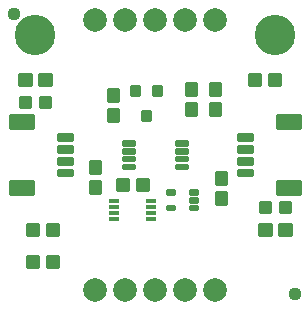
<source format=gts>
G04 EAGLE Gerber RS-274X export*
G75*
%MOMM*%
%FSLAX34Y34*%
%LPD*%
%INSoldermask Top*%
%IPPOS*%
%AMOC8*
5,1,8,0,0,1.08239X$1,22.5*%
G01*
%ADD10C,3.429000*%
%ADD11C,1.127000*%
%ADD12C,0.225400*%
%ADD13C,0.225588*%
%ADD14C,0.225369*%
%ADD15C,2.006600*%
%ADD16C,0.428259*%
%ADD17C,0.226609*%
%ADD18C,0.231750*%
%ADD19C,0.229738*%
%ADD20R,0.900000X0.400000*%


D10*
X25400Y228600D03*
X228600Y228600D03*
D11*
X245110Y8890D03*
X7620Y246380D03*
D12*
X35242Y68008D02*
X45258Y68008D01*
X45258Y58992D01*
X35242Y58992D01*
X35242Y68008D01*
X35242Y61133D02*
X45258Y61133D01*
X45258Y63274D02*
X35242Y63274D01*
X35242Y65415D02*
X45258Y65415D01*
X45258Y67556D02*
X35242Y67556D01*
X28258Y68008D02*
X18242Y68008D01*
X28258Y68008D02*
X28258Y58992D01*
X18242Y58992D01*
X18242Y68008D01*
X18242Y61133D02*
X28258Y61133D01*
X28258Y63274D02*
X18242Y63274D01*
X18242Y65415D02*
X28258Y65415D01*
X28258Y67556D02*
X18242Y67556D01*
X35242Y41338D02*
X45258Y41338D01*
X45258Y32322D01*
X35242Y32322D01*
X35242Y41338D01*
X35242Y34463D02*
X45258Y34463D01*
X45258Y36604D02*
X35242Y36604D01*
X35242Y38745D02*
X45258Y38745D01*
X45258Y40886D02*
X35242Y40886D01*
X28258Y41338D02*
X18242Y41338D01*
X28258Y41338D02*
X28258Y32322D01*
X18242Y32322D01*
X18242Y41338D01*
X18242Y34463D02*
X28258Y34463D01*
X28258Y36604D02*
X18242Y36604D01*
X18242Y38745D02*
X28258Y38745D01*
X28258Y40886D02*
X18242Y40886D01*
D13*
X4543Y149493D02*
X4543Y160507D01*
X23557Y160507D01*
X23557Y149493D01*
X4543Y149493D01*
X4543Y151636D02*
X23557Y151636D01*
X23557Y153779D02*
X4543Y153779D01*
X4543Y155922D02*
X23557Y155922D01*
X23557Y158065D02*
X4543Y158065D01*
X4543Y160208D02*
X23557Y160208D01*
X4543Y104507D02*
X4543Y93493D01*
X4543Y104507D02*
X23557Y104507D01*
X23557Y93493D01*
X4543Y93493D01*
X4543Y95636D02*
X23557Y95636D01*
X23557Y97779D02*
X4543Y97779D01*
X4543Y99922D02*
X23557Y99922D01*
X23557Y102065D02*
X4543Y102065D01*
X4543Y104208D02*
X23557Y104208D01*
D14*
X44542Y139492D02*
X44542Y144508D01*
X57058Y144508D01*
X57058Y139492D01*
X44542Y139492D01*
X44542Y141633D02*
X57058Y141633D01*
X57058Y143774D02*
X44542Y143774D01*
X44542Y134508D02*
X44542Y129492D01*
X44542Y134508D02*
X57058Y134508D01*
X57058Y129492D01*
X44542Y129492D01*
X44542Y131633D02*
X57058Y131633D01*
X57058Y133774D02*
X44542Y133774D01*
X44542Y124508D02*
X44542Y119492D01*
X44542Y124508D02*
X57058Y124508D01*
X57058Y119492D01*
X44542Y119492D01*
X44542Y121633D02*
X57058Y121633D01*
X57058Y123774D02*
X44542Y123774D01*
X44542Y114508D02*
X44542Y109492D01*
X44542Y114508D02*
X57058Y114508D01*
X57058Y109492D01*
X44542Y109492D01*
X44542Y111633D02*
X57058Y111633D01*
X57058Y113774D02*
X44542Y113774D01*
D15*
X152400Y12700D03*
X127000Y12700D03*
X101600Y12700D03*
X76200Y12700D03*
D13*
X249457Y93493D02*
X249457Y104507D01*
X249457Y93493D02*
X230443Y93493D01*
X230443Y104507D01*
X249457Y104507D01*
X249457Y95636D02*
X230443Y95636D01*
X230443Y97779D02*
X249457Y97779D01*
X249457Y99922D02*
X230443Y99922D01*
X230443Y102065D02*
X249457Y102065D01*
X249457Y104208D02*
X230443Y104208D01*
X249457Y149493D02*
X249457Y160507D01*
X249457Y149493D02*
X230443Y149493D01*
X230443Y160507D01*
X249457Y160507D01*
X249457Y151636D02*
X230443Y151636D01*
X230443Y153779D02*
X249457Y153779D01*
X249457Y155922D02*
X230443Y155922D01*
X230443Y158065D02*
X249457Y158065D01*
X249457Y160208D02*
X230443Y160208D01*
D14*
X209458Y114508D02*
X209458Y109492D01*
X196942Y109492D01*
X196942Y114508D01*
X209458Y114508D01*
X209458Y111633D02*
X196942Y111633D01*
X196942Y113774D02*
X209458Y113774D01*
X209458Y119492D02*
X209458Y124508D01*
X209458Y119492D02*
X196942Y119492D01*
X196942Y124508D01*
X209458Y124508D01*
X209458Y121633D02*
X196942Y121633D01*
X196942Y123774D02*
X209458Y123774D01*
X209458Y129492D02*
X209458Y134508D01*
X209458Y129492D02*
X196942Y129492D01*
X196942Y134508D01*
X209458Y134508D01*
X209458Y131633D02*
X196942Y131633D01*
X196942Y133774D02*
X209458Y133774D01*
X209458Y139492D02*
X209458Y144508D01*
X209458Y139492D02*
X196942Y139492D01*
X196942Y144508D01*
X209458Y144508D01*
X209458Y141633D02*
X196942Y141633D01*
X196942Y143774D02*
X209458Y143774D01*
D12*
X21908Y185992D02*
X11892Y185992D01*
X11892Y195008D01*
X21908Y195008D01*
X21908Y185992D01*
X21908Y188133D02*
X11892Y188133D01*
X11892Y190274D02*
X21908Y190274D01*
X21908Y192415D02*
X11892Y192415D01*
X11892Y194556D02*
X21908Y194556D01*
X28892Y185992D02*
X38908Y185992D01*
X28892Y185992D02*
X28892Y195008D01*
X38908Y195008D01*
X38908Y185992D01*
X38908Y188133D02*
X28892Y188133D01*
X28892Y190274D02*
X38908Y190274D01*
X38908Y192415D02*
X28892Y192415D01*
X28892Y194556D02*
X38908Y194556D01*
D16*
X30676Y174944D02*
X30676Y167956D01*
X30676Y174944D02*
X37664Y174944D01*
X37664Y167956D01*
X30676Y167956D01*
X30676Y172025D02*
X37664Y172025D01*
X13136Y174944D02*
X13136Y167956D01*
X13136Y174944D02*
X20124Y174944D01*
X20124Y167956D01*
X13136Y167956D01*
X13136Y172025D02*
X20124Y172025D01*
D12*
X178372Y112568D02*
X178372Y102552D01*
X178372Y112568D02*
X187388Y112568D01*
X187388Y102552D01*
X178372Y102552D01*
X178372Y104693D02*
X187388Y104693D01*
X187388Y106834D02*
X178372Y106834D01*
X178372Y108975D02*
X187388Y108975D01*
X187388Y111116D02*
X178372Y111116D01*
X178372Y95568D02*
X178372Y85552D01*
X178372Y95568D02*
X187388Y95568D01*
X187388Y85552D01*
X178372Y85552D01*
X178372Y87693D02*
X187388Y87693D01*
X187388Y89834D02*
X178372Y89834D01*
X178372Y91975D02*
X187388Y91975D01*
X187388Y94116D02*
X178372Y94116D01*
D17*
X154502Y115748D02*
X154502Y118752D01*
X154502Y115748D02*
X144498Y115748D01*
X144498Y118752D01*
X154502Y118752D01*
X154502Y117901D02*
X144498Y117901D01*
X154502Y122248D02*
X154502Y125252D01*
X154502Y122248D02*
X144498Y122248D01*
X144498Y125252D01*
X154502Y125252D01*
X154502Y124401D02*
X144498Y124401D01*
X154502Y128748D02*
X154502Y131752D01*
X154502Y128748D02*
X144498Y128748D01*
X144498Y131752D01*
X154502Y131752D01*
X154502Y130901D02*
X144498Y130901D01*
X154502Y135248D02*
X154502Y138252D01*
X154502Y135248D02*
X144498Y135248D01*
X144498Y138252D01*
X154502Y138252D01*
X154502Y137401D02*
X144498Y137401D01*
X109502Y138252D02*
X109502Y135248D01*
X99498Y135248D01*
X99498Y138252D01*
X109502Y138252D01*
X109502Y137401D02*
X99498Y137401D01*
X109502Y131752D02*
X109502Y128748D01*
X99498Y128748D01*
X99498Y131752D01*
X109502Y131752D01*
X109502Y130901D02*
X99498Y130901D01*
X109502Y125252D02*
X109502Y122248D01*
X99498Y122248D01*
X99498Y125252D01*
X109502Y125252D01*
X109502Y124401D02*
X99498Y124401D01*
X109502Y118752D02*
X109502Y115748D01*
X99498Y115748D01*
X99498Y118752D01*
X109502Y118752D01*
X109502Y117901D02*
X99498Y117901D01*
D12*
X71692Y121458D02*
X71692Y111442D01*
X71692Y121458D02*
X80708Y121458D01*
X80708Y111442D01*
X71692Y111442D01*
X71692Y113583D02*
X80708Y113583D01*
X80708Y115724D02*
X71692Y115724D01*
X71692Y117865D02*
X80708Y117865D01*
X80708Y120006D02*
X71692Y120006D01*
X71692Y104458D02*
X71692Y94442D01*
X71692Y104458D02*
X80708Y104458D01*
X80708Y94442D01*
X71692Y94442D01*
X71692Y96583D02*
X80708Y96583D01*
X80708Y98724D02*
X71692Y98724D01*
X71692Y100865D02*
X80708Y100865D01*
X80708Y103006D02*
X71692Y103006D01*
D16*
X223324Y86044D02*
X223324Y79056D01*
X216336Y79056D01*
X216336Y86044D01*
X223324Y86044D01*
X223324Y83125D02*
X216336Y83125D01*
X240864Y86044D02*
X240864Y79056D01*
X233876Y79056D01*
X233876Y86044D01*
X240864Y86044D01*
X240864Y83125D02*
X233876Y83125D01*
D12*
X232092Y68008D02*
X242108Y68008D01*
X242108Y58992D01*
X232092Y58992D01*
X232092Y68008D01*
X232092Y61133D02*
X242108Y61133D01*
X242108Y63274D02*
X232092Y63274D01*
X232092Y65415D02*
X242108Y65415D01*
X242108Y67556D02*
X232092Y67556D01*
X225108Y68008D02*
X215092Y68008D01*
X225108Y68008D02*
X225108Y58992D01*
X215092Y58992D01*
X215092Y68008D01*
X215092Y61133D02*
X225108Y61133D01*
X225108Y63274D02*
X215092Y63274D01*
X215092Y65415D02*
X225108Y65415D01*
X225108Y67556D02*
X215092Y67556D01*
D15*
X101600Y241300D03*
X127000Y241300D03*
X152400Y241300D03*
X177800Y241300D03*
D18*
X132356Y185426D02*
X125404Y185426D01*
X132356Y185426D02*
X132356Y177474D01*
X125404Y177474D01*
X125404Y185426D01*
X125404Y179676D02*
X132356Y179676D01*
X132356Y181878D02*
X125404Y181878D01*
X125404Y184080D02*
X132356Y184080D01*
X113356Y185426D02*
X106404Y185426D01*
X113356Y185426D02*
X113356Y177474D01*
X106404Y177474D01*
X106404Y185426D01*
X106404Y179676D02*
X113356Y179676D01*
X113356Y181878D02*
X106404Y181878D01*
X106404Y184080D02*
X113356Y184080D01*
X115904Y164426D02*
X122856Y164426D01*
X122856Y156474D01*
X115904Y156474D01*
X115904Y164426D01*
X115904Y158676D02*
X122856Y158676D01*
X122856Y160878D02*
X115904Y160878D01*
X115904Y163080D02*
X122856Y163080D01*
D12*
X161988Y160482D02*
X161988Y170498D01*
X161988Y160482D02*
X152972Y160482D01*
X152972Y170498D01*
X161988Y170498D01*
X161988Y162623D02*
X152972Y162623D01*
X152972Y164764D02*
X161988Y164764D01*
X161988Y166905D02*
X152972Y166905D01*
X152972Y169046D02*
X161988Y169046D01*
X161988Y177482D02*
X161988Y187498D01*
X161988Y177482D02*
X152972Y177482D01*
X152972Y187498D01*
X161988Y187498D01*
X161988Y179623D02*
X152972Y179623D01*
X152972Y181764D02*
X161988Y181764D01*
X161988Y183905D02*
X152972Y183905D01*
X152972Y186046D02*
X161988Y186046D01*
X95948Y165418D02*
X95948Y155402D01*
X86932Y155402D01*
X86932Y165418D01*
X95948Y165418D01*
X95948Y157543D02*
X86932Y157543D01*
X86932Y159684D02*
X95948Y159684D01*
X95948Y161825D02*
X86932Y161825D01*
X86932Y163966D02*
X95948Y163966D01*
X95948Y172402D02*
X95948Y182418D01*
X95948Y172402D02*
X86932Y172402D01*
X86932Y182418D01*
X95948Y182418D01*
X95948Y174543D02*
X86932Y174543D01*
X86932Y176684D02*
X95948Y176684D01*
X95948Y178825D02*
X86932Y178825D01*
X86932Y180966D02*
X95948Y180966D01*
D19*
X143347Y83987D02*
X143347Y80813D01*
X137373Y80813D01*
X137373Y83987D01*
X143347Y83987D01*
X143347Y82995D02*
X137373Y82995D01*
X143347Y93813D02*
X143347Y96987D01*
X143347Y93813D02*
X137373Y93813D01*
X137373Y96987D01*
X143347Y96987D01*
X143347Y95995D02*
X137373Y95995D01*
X162347Y83987D02*
X162347Y80813D01*
X156373Y80813D01*
X156373Y83987D01*
X162347Y83987D01*
X162347Y82995D02*
X156373Y82995D01*
X162347Y93813D02*
X162347Y96987D01*
X162347Y93813D02*
X156373Y93813D01*
X156373Y96987D01*
X162347Y96987D01*
X162347Y95995D02*
X156373Y95995D01*
X162347Y90487D02*
X162347Y87313D01*
X156373Y87313D01*
X156373Y90487D01*
X162347Y90487D01*
X162347Y89495D02*
X156373Y89495D01*
D15*
X177800Y12700D03*
X76200Y241300D03*
D12*
X173292Y187498D02*
X173292Y177482D01*
X173292Y187498D02*
X182308Y187498D01*
X182308Y177482D01*
X173292Y177482D01*
X173292Y179623D02*
X182308Y179623D01*
X182308Y181764D02*
X173292Y181764D01*
X173292Y183905D02*
X182308Y183905D01*
X182308Y186046D02*
X173292Y186046D01*
X173292Y170498D02*
X173292Y160482D01*
X173292Y170498D02*
X182308Y170498D01*
X182308Y160482D01*
X173292Y160482D01*
X173292Y162623D02*
X182308Y162623D01*
X182308Y164764D02*
X173292Y164764D01*
X173292Y166905D02*
X182308Y166905D01*
X182308Y169046D02*
X173292Y169046D01*
X206202Y185992D02*
X216218Y185992D01*
X206202Y185992D02*
X206202Y195008D01*
X216218Y195008D01*
X216218Y185992D01*
X216218Y188133D02*
X206202Y188133D01*
X206202Y190274D02*
X216218Y190274D01*
X216218Y192415D02*
X206202Y192415D01*
X206202Y194556D02*
X216218Y194556D01*
X223202Y185992D02*
X233218Y185992D01*
X223202Y185992D02*
X223202Y195008D01*
X233218Y195008D01*
X233218Y185992D01*
X233218Y188133D02*
X223202Y188133D01*
X223202Y190274D02*
X233218Y190274D01*
X233218Y192415D02*
X223202Y192415D01*
X223202Y194556D02*
X233218Y194556D01*
D20*
X92450Y87510D03*
X92450Y82510D03*
X92450Y77510D03*
X92450Y72510D03*
X123450Y87510D03*
X123450Y82510D03*
X123450Y77510D03*
X123450Y72510D03*
D12*
X121458Y106108D02*
X111442Y106108D01*
X121458Y106108D02*
X121458Y97092D01*
X111442Y97092D01*
X111442Y106108D01*
X111442Y99233D02*
X121458Y99233D01*
X121458Y101374D02*
X111442Y101374D01*
X111442Y103515D02*
X121458Y103515D01*
X121458Y105656D02*
X111442Y105656D01*
X104458Y106108D02*
X94442Y106108D01*
X104458Y106108D02*
X104458Y97092D01*
X94442Y97092D01*
X94442Y106108D01*
X94442Y99233D02*
X104458Y99233D01*
X104458Y101374D02*
X94442Y101374D01*
X94442Y103515D02*
X104458Y103515D01*
X104458Y105656D02*
X94442Y105656D01*
M02*

</source>
